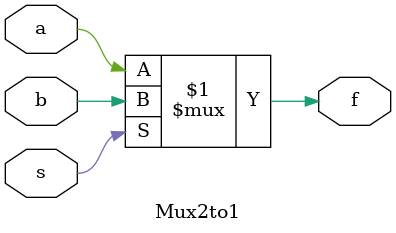
<source format=v>
module Mux_latch(b,s,f);
input b,s;
output f;
Mux2to1 u0(f,b,s,f);
endmodule


module Mux2to1(a,b,s,f);
input a,b,s;
output f;
assign f=(s)?b:a;
endmodule


</source>
